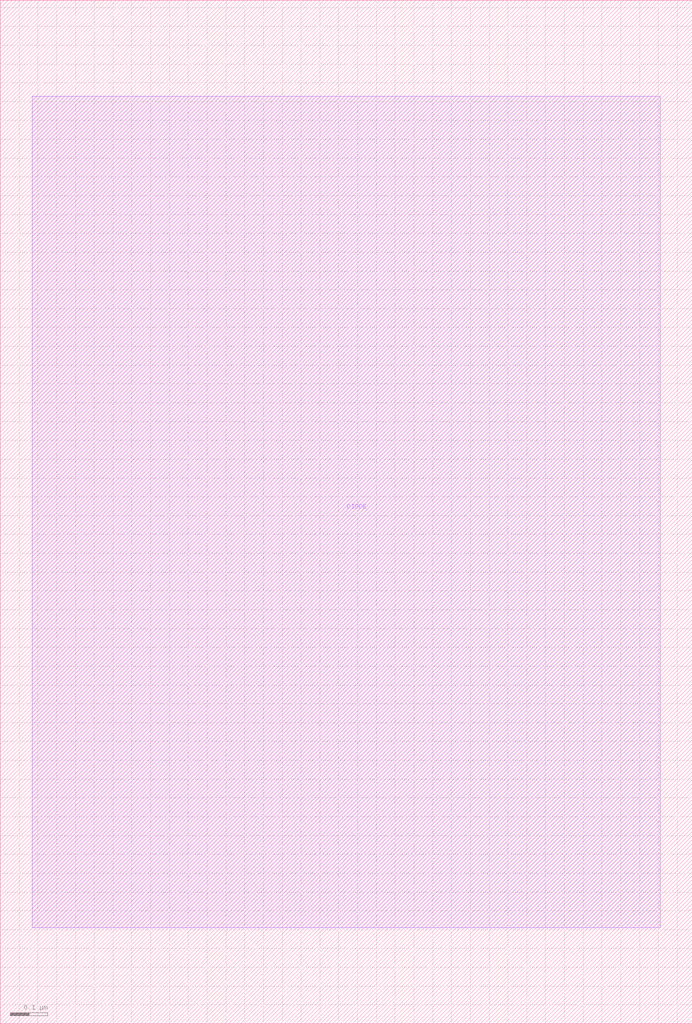
<source format=lef>
# Copyright 2020 The SkyWater PDK Authors
#
# Licensed under the Apache License, Version 2.0 (the "License");
# you may not use this file except in compliance with the License.
# You may obtain a copy of the License at
#
#     https://www.apache.org/licenses/LICENSE-2.0
#
# Unless required by applicable law or agreed to in writing, software
# distributed under the License is distributed on an "AS IS" BASIS,
# WITHOUT WARRANTIES OR CONDITIONS OF ANY KIND, either express or implied.
# See the License for the specific language governing permissions and
# limitations under the License.
#
# SPDX-License-Identifier: Apache-2.0

VERSION 5.7 ;
BUSBITCHARS "[]" ;
DIVIDERCHAR "/" ;
PROPERTYDEFINITIONS
  MACRO maskLayoutSubType STRING ;
  MACRO prCellType STRING ;
  MACRO originalViewName STRING ;
END PROPERTYDEFINITIONS
MACRO sky130_fd_sc_hdll__diode_4
  ORIGIN  0.000000  0.000000 ;
  CLASS CORE ;
  SYMMETRY X Y R90 ;
  SIZE  1.840000 BY  2.720000 ;
  SITE unithd ;
  PIN DIODE
    ANTENNADIFFAREA  1.055700 ;
    DIRECTION INPUT ;
    USE SIGNAL ;
    PORT
      LAYER li1 ;
        RECT 0.085000 0.255000 1.755000 2.465000 ;
    END
  END DIODE
  PIN VGND
    DIRECTION INOUT ;
    USE GROUND ;
  END VGND
  PIN VPWR
    DIRECTION INOUT ;
    USE POWER ;
  END VPWR
  PROPERTY maskLayoutSubType "abstract" ;
  PROPERTY prCellType "standard" ;
  PROPERTY originalViewName "layout" ;
END sky130_fd_sc_hdll__diode_4
END LIBRARY

</source>
